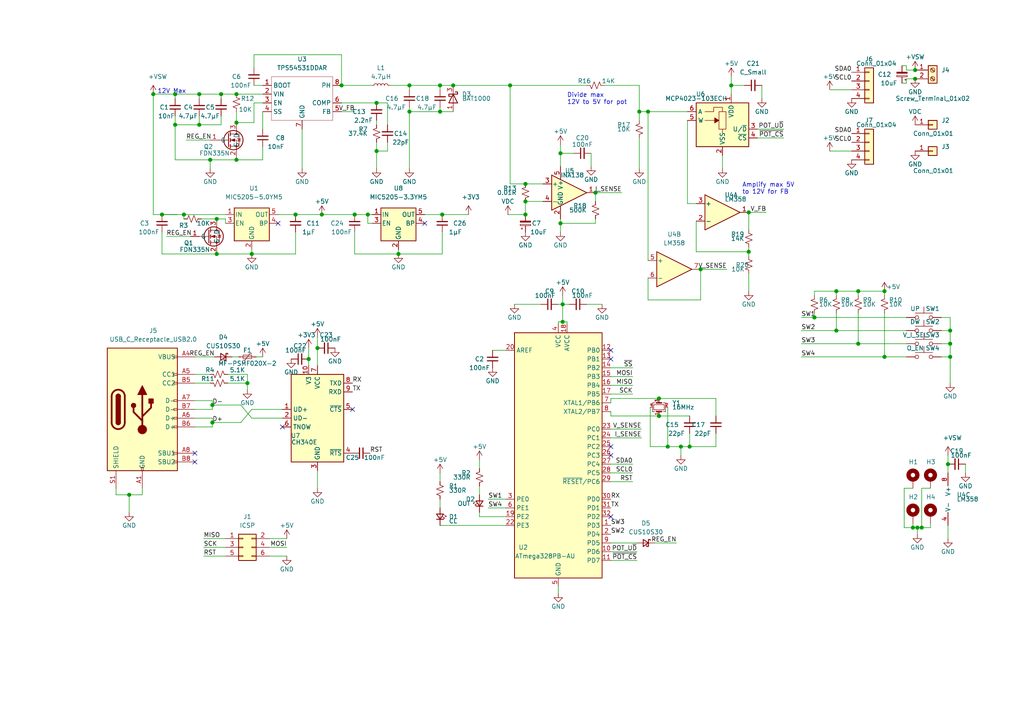
<source format=kicad_sch>
(kicad_sch (version 20200714) (host eeschema "(5.99.0-2671-gfc0a358ba)")
  (page 1 1)
  (paper "A4")
  (junction (at 37.465 143.51) (diameter 1.016))
  (junction (at 44.45 27.305) (diameter 1.016))
  (junction (at 46.99 62.23) (diameter 1.016))
  (junction (at 50.8 27.305) (diameter 1.016))
  (junction (at 50.8 36.195) (diameter 1.016))
  (junction (at 53.34 62.23) (diameter 1.016))
  (junction (at 57.785 27.305) (diameter 1.016))
  (junction (at 57.785 36.195) (diameter 1.016))
  (junction (at 60.96 46.355) (diameter 1.016))
  (junction (at 61.595 117.475) (diameter 1.016))
  (junction (at 61.595 122.555) (diameter 1.016))
  (junction (at 62.865 63.5) (diameter 1.016))
  (junction (at 62.865 73.66) (diameter 1.016))
  (junction (at 64.135 27.305) (diameter 1.016))
  (junction (at 68.58 27.305) (diameter 1.016))
  (junction (at 68.58 35.56) (diameter 1.016))
  (junction (at 68.58 46.355) (diameter 1.016))
  (junction (at 71.755 111.125) (diameter 1.016))
  (junction (at 73.025 73.66) (diameter 1.016))
  (junction (at 85.725 62.23) (diameter 1.016))
  (junction (at 89.535 104.14) (diameter 1.016))
  (junction (at 92.075 100.965) (diameter 1.016))
  (junction (at 93.345 62.23) (diameter 1.016))
  (junction (at 99.06 24.765) (diameter 1.016))
  (junction (at 102.87 62.23) (diameter 1.016))
  (junction (at 106.68 62.23) (diameter 1.016))
  (junction (at 109.22 29.845) (diameter 1.016))
  (junction (at 109.22 43.815) (diameter 1.016))
  (junction (at 115.57 73.66) (diameter 1.016))
  (junction (at 118.745 24.765) (diameter 1.016))
  (junction (at 118.745 32.385) (diameter 1.016))
  (junction (at 127.635 24.765) (diameter 1.016))
  (junction (at 127.635 32.385) (diameter 1.016))
  (junction (at 128.27 62.23) (diameter 1.016))
  (junction (at 131.445 24.765) (diameter 1.016))
  (junction (at 147.955 24.765) (diameter 1.016))
  (junction (at 152.4 53.34) (diameter 1.016))
  (junction (at 152.4 58.42) (diameter 1.016))
  (junction (at 152.4 62.23) (diameter 1.016))
  (junction (at 162.56 44.45) (diameter 1.016))
  (junction (at 162.56 64.77) (diameter 1.016))
  (junction (at 163.195 88.265) (diameter 1.016))
  (junction (at 163.195 93.345) (diameter 1.016))
  (junction (at 172.72 55.88) (diameter 1.016))
  (junction (at 185.42 32.385) (diameter 1.016))
  (junction (at 187.96 32.385) (diameter 1.016))
  (junction (at 191.135 115.57) (diameter 1.016))
  (junction (at 191.135 120.65) (diameter 1.016))
  (junction (at 193.675 129.54) (diameter 1.016))
  (junction (at 197.485 129.54) (diameter 1.016))
  (junction (at 200.025 129.54) (diameter 1.016))
  (junction (at 203.2 78.105) (diameter 1.016))
  (junction (at 212.09 24.765) (diameter 1.016))
  (junction (at 217.17 61.595) (diameter 1.016))
  (junction (at 217.17 73.025) (diameter 1.016))
  (junction (at 236.22 92.075) (diameter 1.016))
  (junction (at 242.57 84.455) (diameter 1.016))
  (junction (at 242.57 95.885) (diameter 1.016))
  (junction (at 248.92 84.455) (diameter 1.016))
  (junction (at 248.92 99.695) (diameter 1.016))
  (junction (at 256.54 84.455) (diameter 1.016))
  (junction (at 256.54 103.505) (diameter 1.016))
  (junction (at 264.795 153.035) (diameter 1.016))
  (junction (at 265.43 20.32) (diameter 1.016))
  (junction (at 265.43 22.86) (diameter 1.016))
  (junction (at 266.065 153.035) (diameter 1.016))
  (junction (at 267.335 153.035) (diameter 1.016))
  (junction (at 274.955 134.62) (diameter 1.016))
  (junction (at 275.59 95.885) (diameter 1.016))
  (junction (at 275.59 99.695) (diameter 1.016))
  (junction (at 275.59 103.505) (diameter 1.016))
  (no_connect (at 81.915 123.825))
  (no_connect (at 56.515 133.985))
  (no_connect (at 177.165 104.14))
  (no_connect (at 123.19 64.77))
  (no_connect (at 56.515 131.445))
  (no_connect (at 177.165 101.6))
  (no_connect (at 80.645 64.77))
  (no_connect (at 177.165 132.08))
  (no_connect (at 102.235 118.745))
  (no_connect (at 177.165 149.86))
  (no_connect (at 177.165 129.54))
  (wire (pts (xy 33.655 141.605) (xy 33.655 143.51)))
  (wire (pts (xy 37.465 143.51) (xy 33.655 143.51)))
  (wire (pts (xy 37.465 143.51) (xy 41.275 143.51)))
  (wire (pts (xy 37.465 148.59) (xy 37.465 143.51)))
  (wire (pts (xy 41.275 143.51) (xy 41.275 141.605)))
  (wire (pts (xy 44.45 27.305) (xy 50.8 27.305)))
  (wire (pts (xy 44.45 62.23) (xy 44.45 27.305)))
  (wire (pts (xy 44.45 62.23) (xy 46.99 62.23)))
  (wire (pts (xy 46.99 62.23) (xy 51.435 62.23)))
  (wire (pts (xy 46.99 62.23) (xy 53.34 62.23)))
  (wire (pts (xy 46.99 67.31) (xy 46.99 73.66)))
  (wire (pts (xy 46.99 73.66) (xy 62.865 73.66)))
  (wire (pts (xy 48.26 68.58) (xy 55.245 68.58)))
  (wire (pts (xy 50.8 27.305) (xy 50.8 28.575)))
  (wire (pts (xy 50.8 27.305) (xy 57.785 27.305)))
  (wire (pts (xy 50.8 33.655) (xy 50.8 36.195)))
  (wire (pts (xy 50.8 36.195) (xy 50.8 46.355)))
  (wire (pts (xy 50.8 36.195) (xy 57.785 36.195)))
  (wire (pts (xy 50.8 46.355) (xy 60.96 46.355)))
  (wire (pts (xy 53.34 62.23) (xy 53.34 63.5)))
  (wire (pts (xy 53.34 62.23) (xy 65.405 62.23)))
  (wire (pts (xy 53.975 40.64) (xy 60.96 40.64)))
  (wire (pts (xy 56.515 111.125) (xy 60.96 111.125)))
  (wire (pts (xy 56.515 116.205) (xy 61.595 116.205)))
  (wire (pts (xy 56.515 121.285) (xy 61.595 121.285)))
  (wire (pts (xy 57.785 27.305) (xy 57.785 28.575)))
  (wire (pts (xy 57.785 27.305) (xy 64.135 27.305)))
  (wire (pts (xy 57.785 33.655) (xy 57.785 36.195)))
  (wire (pts (xy 57.785 36.195) (xy 64.135 36.195)))
  (wire (pts (xy 58.42 63.5) (xy 62.865 63.5)))
  (wire (pts (xy 59.055 156.21) (xy 65.405 156.21)))
  (wire (pts (xy 59.055 158.75) (xy 65.405 158.75)))
  (wire (pts (xy 59.055 161.29) (xy 65.405 161.29)))
  (wire (pts (xy 60.96 46.355) (xy 60.96 48.895)))
  (wire (pts (xy 60.96 46.355) (xy 68.58 46.355)))
  (wire (pts (xy 60.96 108.585) (xy 56.515 108.585)))
  (wire (pts (xy 61.595 116.205) (xy 61.595 117.475)))
  (wire (pts (xy 61.595 117.475) (xy 61.595 118.745)))
  (wire (pts (xy 61.595 117.475) (xy 69.85 117.475)))
  (wire (pts (xy 61.595 118.745) (xy 56.515 118.745)))
  (wire (pts (xy 61.595 121.285) (xy 61.595 122.555)))
  (wire (pts (xy 61.595 122.555) (xy 61.595 123.825)))
  (wire (pts (xy 61.595 123.825) (xy 56.515 123.825)))
  (wire (pts (xy 62.23 103.505) (xy 56.515 103.505)))
  (wire (pts (xy 62.865 73.66) (xy 73.025 73.66)))
  (wire (pts (xy 64.135 27.305) (xy 64.135 28.575)))
  (wire (pts (xy 64.135 27.305) (xy 68.58 27.305)))
  (wire (pts (xy 64.135 36.195) (xy 64.135 33.655)))
  (wire (pts (xy 65.405 63.5) (xy 62.865 63.5)))
  (wire (pts (xy 65.405 64.77) (xy 65.405 63.5)))
  (wire (pts (xy 66.04 108.585) (xy 71.755 108.585)))
  (wire (pts (xy 67.31 103.505) (xy 69.215 103.505)))
  (wire (pts (xy 68.58 27.305) (xy 76.2 27.305)))
  (wire (pts (xy 68.58 32.385) (xy 68.58 35.56)))
  (wire (pts (xy 68.58 35.56) (xy 73.66 35.56)))
  (wire (pts (xy 68.58 45.72) (xy 68.58 46.355)))
  (wire (pts (xy 68.58 46.355) (xy 76.2 46.355)))
  (wire (pts (xy 69.85 117.475) (xy 73.025 121.285)))
  (wire (pts (xy 69.85 122.555) (xy 61.595 122.555)))
  (wire (pts (xy 71.755 108.585) (xy 71.755 111.125)))
  (wire (pts (xy 71.755 111.125) (xy 66.04 111.125)))
  (wire (pts (xy 71.755 111.125) (xy 71.755 113.03)))
  (wire (pts (xy 73.025 72.39) (xy 73.025 73.66)))
  (wire (pts (xy 73.025 73.66) (xy 85.725 73.66)))
  (wire (pts (xy 73.025 118.745) (xy 69.85 122.555)))
  (wire (pts (xy 73.025 121.285) (xy 81.915 121.285)))
  (wire (pts (xy 73.66 15.875) (xy 99.06 15.875)))
  (wire (pts (xy 73.66 19.685) (xy 73.66 15.875)))
  (wire (pts (xy 73.66 24.765) (xy 76.2 24.765)))
  (wire (pts (xy 73.66 29.845) (xy 76.2 29.845)))
  (wire (pts (xy 73.66 35.56) (xy 73.66 29.845)))
  (wire (pts (xy 74.295 103.505) (xy 76.2 103.505)))
  (wire (pts (xy 76.2 32.385) (xy 76.2 37.465)))
  (wire (pts (xy 76.2 42.545) (xy 76.2 46.355)))
  (wire (pts (xy 78.105 156.21) (xy 83.185 156.21)))
  (wire (pts (xy 78.105 158.75) (xy 83.185 158.75)))
  (wire (pts (xy 78.105 161.29) (xy 83.185 161.29)))
  (wire (pts (xy 80.645 62.23) (xy 85.725 62.23)))
  (wire (pts (xy 81.915 118.745) (xy 73.025 118.745)))
  (wire (pts (xy 85.725 62.23) (xy 93.345 62.23)))
  (wire (pts (xy 85.725 73.66) (xy 85.725 67.31)))
  (wire (pts (xy 87.63 37.465) (xy 87.63 48.895)))
  (wire (pts (xy 89.535 100.965) (xy 89.535 104.14)))
  (wire (pts (xy 89.535 104.14) (xy 89.535 106.045)))
  (wire (pts (xy 92.075 97.79) (xy 92.075 100.965)))
  (wire (pts (xy 92.075 100.965) (xy 92.075 106.045)))
  (wire (pts (xy 92.075 141.605) (xy 92.075 136.525)))
  (wire (pts (xy 99.06 15.875) (xy 99.06 24.765)))
  (wire (pts (xy 99.06 24.765) (xy 107.95 24.765)))
  (wire (pts (xy 99.06 29.845) (xy 109.22 29.845)))
  (wire (pts (xy 99.06 32.385) (xy 102.87 32.385)))
  (wire (pts (xy 102.87 62.23) (xy 93.345 62.23)))
  (wire (pts (xy 102.87 62.23) (xy 106.68 62.23)))
  (wire (pts (xy 102.87 67.31) (xy 102.87 73.66)))
  (wire (pts (xy 102.87 73.66) (xy 115.57 73.66)))
  (wire (pts (xy 106.68 62.23) (xy 107.95 62.23)))
  (wire (pts (xy 106.68 64.77) (xy 106.68 62.23)))
  (wire (pts (xy 107.95 64.77) (xy 106.68 64.77)))
  (wire (pts (xy 109.22 34.925) (xy 109.22 36.195)))
  (wire (pts (xy 109.22 43.815) (xy 109.22 41.275)))
  (wire (pts (xy 109.22 43.815) (xy 109.22 48.895)))
  (wire (pts (xy 112.395 29.845) (xy 109.22 29.845)))
  (wire (pts (xy 112.395 36.195) (xy 112.395 29.845)))
  (wire (pts (xy 112.395 41.275) (xy 112.395 43.815)))
  (wire (pts (xy 112.395 43.815) (xy 109.22 43.815)))
  (wire (pts (xy 113.03 24.765) (xy 118.745 24.765)))
  (wire (pts (xy 115.57 72.39) (xy 115.57 73.66)))
  (wire (pts (xy 115.57 73.66) (xy 128.27 73.66)))
  (wire (pts (xy 118.745 24.765) (xy 118.745 26.035)))
  (wire (pts (xy 118.745 24.765) (xy 127.635 24.765)))
  (wire (pts (xy 118.745 31.115) (xy 118.745 32.385)))
  (wire (pts (xy 118.745 32.385) (xy 118.745 48.895)))
  (wire (pts (xy 123.19 62.23) (xy 128.27 62.23)))
  (wire (pts (xy 127.635 24.765) (xy 127.635 26.035)))
  (wire (pts (xy 127.635 24.765) (xy 131.445 24.765)))
  (wire (pts (xy 127.635 31.115) (xy 127.635 32.385)))
  (wire (pts (xy 127.635 32.385) (xy 118.745 32.385)))
  (wire (pts (xy 127.635 32.385) (xy 131.445 32.385)))
  (wire (pts (xy 127.635 137.16) (xy 127.635 139.7)))
  (wire (pts (xy 127.635 144.78) (xy 127.635 147.32)))
  (wire (pts (xy 127.635 152.4) (xy 146.685 152.4)))
  (wire (pts (xy 128.27 62.23) (xy 135.89 62.23)))
  (wire (pts (xy 128.27 73.66) (xy 128.27 67.31)))
  (wire (pts (xy 131.445 24.765) (xy 147.955 24.765)))
  (wire (pts (xy 139.065 133.35) (xy 139.065 135.89)))
  (wire (pts (xy 139.065 140.97) (xy 139.065 143.51)))
  (wire (pts (xy 139.065 148.59) (xy 139.065 149.86)))
  (wire (pts (xy 139.065 149.86) (xy 146.685 149.86)))
  (wire (pts (xy 141.605 144.78) (xy 146.685 144.78)))
  (wire (pts (xy 141.605 147.32) (xy 146.685 147.32)))
  (wire (pts (xy 142.875 101.6) (xy 146.685 101.6)))
  (wire (pts (xy 147.32 62.23) (xy 152.4 62.23)))
  (wire (pts (xy 147.955 24.765) (xy 147.955 53.34)))
  (wire (pts (xy 147.955 24.765) (xy 170.18 24.765)))
  (wire (pts (xy 147.955 53.34) (xy 152.4 53.34)))
  (wire (pts (xy 149.225 88.265) (xy 156.845 88.265)))
  (wire (pts (xy 152.4 53.34) (xy 157.48 53.34)))
  (wire (pts (xy 152.4 58.42) (xy 152.4 62.23)))
  (wire (pts (xy 152.4 58.42) (xy 157.48 58.42)))
  (wire (pts (xy 161.925 93.345) (xy 163.195 93.345)))
  (wire (pts (xy 161.925 93.98) (xy 161.925 93.345)))
  (wire (pts (xy 161.925 172.085) (xy 161.925 170.18)))
  (wire (pts (xy 162.56 41.91) (xy 162.56 44.45)))
  (wire (pts (xy 162.56 44.45) (xy 162.56 48.26)))
  (wire (pts (xy 162.56 44.45) (xy 166.37 44.45)))
  (wire (pts (xy 162.56 64.77) (xy 162.56 63.5)))
  (wire (pts (xy 162.56 64.77) (xy 172.72 64.77)))
  (wire (pts (xy 162.56 67.31) (xy 162.56 64.77)))
  (wire (pts (xy 163.195 85.725) (xy 163.195 88.265)))
  (wire (pts (xy 163.195 88.265) (xy 161.925 88.265)))
  (wire (pts (xy 163.195 88.265) (xy 163.195 93.345)))
  (wire (pts (xy 163.195 88.265) (xy 165.1 88.265)))
  (wire (pts (xy 163.195 93.345) (xy 164.465 93.345)))
  (wire (pts (xy 164.465 93.345) (xy 164.465 93.98)))
  (wire (pts (xy 170.18 88.265) (xy 174.625 88.265)))
  (wire (pts (xy 171.45 44.45) (xy 171.45 48.26)))
  (wire (pts (xy 172.72 55.88) (xy 172.72 58.42)))
  (wire (pts (xy 172.72 55.88) (xy 180.34 55.88)))
  (wire (pts (xy 172.72 63.5) (xy 172.72 64.77)))
  (wire (pts (xy 177.165 106.68) (xy 183.515 106.68)))
  (wire (pts (xy 177.165 109.22) (xy 183.515 109.22)))
  (wire (pts (xy 177.165 111.76) (xy 183.515 111.76)))
  (wire (pts (xy 177.165 114.3) (xy 183.515 114.3)))
  (wire (pts (xy 177.165 115.57) (xy 177.165 116.84)))
  (wire (pts (xy 177.165 115.57) (xy 191.135 115.57)))
  (wire (pts (xy 177.165 119.38) (xy 177.165 120.65)))
  (wire (pts (xy 177.165 120.65) (xy 191.135 120.65)))
  (wire (pts (xy 177.165 124.46) (xy 186.055 124.46)))
  (wire (pts (xy 177.165 127) (xy 186.055 127)))
  (wire (pts (xy 177.165 134.62) (xy 183.515 134.62)))
  (wire (pts (xy 177.165 137.16) (xy 183.515 137.16)))
  (wire (pts (xy 177.165 139.7) (xy 183.515 139.7)))
  (wire (pts (xy 177.165 157.48) (xy 184.785 157.48)))
  (wire (pts (xy 177.165 160.02) (xy 184.785 160.02)))
  (wire (pts (xy 177.165 162.56) (xy 184.785 162.56)))
  (wire (pts (xy 185.42 24.765) (xy 175.26 24.765)))
  (wire (pts (xy 185.42 24.765) (xy 185.42 32.385)))
  (wire (pts (xy 185.42 32.385) (xy 185.42 34.925)))
  (wire (pts (xy 185.42 40.005) (xy 185.42 48.895)))
  (wire (pts (xy 187.96 32.385) (xy 185.42 32.385)))
  (wire (pts (xy 187.96 32.385) (xy 187.96 75.565)))
  (wire (pts (xy 187.96 80.645) (xy 187.96 86.995)))
  (wire (pts (xy 187.96 86.995) (xy 203.2 86.995)))
  (wire (pts (xy 188.595 118.11) (xy 188.595 129.54)))
  (wire (pts (xy 188.595 129.54) (xy 193.675 129.54)))
  (wire (pts (xy 189.865 157.48) (xy 196.215 157.48)))
  (wire (pts (xy 191.135 120.65) (xy 200.025 120.65)))
  (wire (pts (xy 193.675 118.11) (xy 193.675 129.54)))
  (wire (pts (xy 193.675 129.54) (xy 197.485 129.54)))
  (wire (pts (xy 197.485 129.54) (xy 197.485 132.08)))
  (wire (pts (xy 197.485 129.54) (xy 200.025 129.54)))
  (wire (pts (xy 199.39 32.385) (xy 187.96 32.385)))
  (wire (pts (xy 199.39 59.055) (xy 199.39 34.925)))
  (wire (pts (xy 200.025 125.73) (xy 200.025 129.54)))
  (wire (pts (xy 200.025 129.54) (xy 207.645 129.54)))
  (wire (pts (xy 201.93 59.055) (xy 199.39 59.055)))
  (wire (pts (xy 201.93 73.025) (xy 201.93 64.135)))
  (wire (pts (xy 203.2 78.105) (xy 210.82 78.105)))
  (wire (pts (xy 203.2 86.995) (xy 203.2 78.105)))
  (wire (pts (xy 207.645 115.57) (xy 191.135 115.57)))
  (wire (pts (xy 207.645 120.65) (xy 207.645 115.57)))
  (wire (pts (xy 207.645 129.54) (xy 207.645 125.73)))
  (wire (pts (xy 209.55 45.085) (xy 209.55 48.895)))
  (wire (pts (xy 212.09 22.225) (xy 212.09 24.765)))
  (wire (pts (xy 212.09 24.765) (xy 212.09 27.305)))
  (wire (pts (xy 212.09 24.765) (xy 215.9 24.765)))
  (wire (pts (xy 217.17 61.595) (xy 217.17 66.675)))
  (wire (pts (xy 217.17 61.595) (xy 222.25 61.595)))
  (wire (pts (xy 217.17 71.755) (xy 217.17 73.025)))
  (wire (pts (xy 217.17 73.025) (xy 201.93 73.025)))
  (wire (pts (xy 217.17 73.025) (xy 217.17 74.295)))
  (wire (pts (xy 217.17 79.375) (xy 217.17 84.455)))
  (wire (pts (xy 219.71 37.465) (xy 227.33 37.465)))
  (wire (pts (xy 219.71 40.005) (xy 227.33 40.005)))
  (wire (pts (xy 220.98 24.765) (xy 220.98 28.575)))
  (wire (pts (xy 232.41 92.075) (xy 236.22 92.075)))
  (wire (pts (xy 232.41 95.885) (xy 242.57 95.885)))
  (wire (pts (xy 232.41 99.695) (xy 248.92 99.695)))
  (wire (pts (xy 232.41 103.505) (xy 256.54 103.505)))
  (wire (pts (xy 236.22 84.455) (xy 242.57 84.455)))
  (wire (pts (xy 236.22 85.725) (xy 236.22 84.455)))
  (wire (pts (xy 236.22 90.805) (xy 236.22 92.075)))
  (wire (pts (xy 236.22 92.075) (xy 262.89 92.075)))
  (wire (pts (xy 240.665 26.035) (xy 247.015 26.035)))
  (wire (pts (xy 240.665 43.815) (xy 247.015 43.815)))
  (wire (pts (xy 242.57 84.455) (xy 242.57 85.725)))
  (wire (pts (xy 242.57 84.455) (xy 248.92 84.455)))
  (wire (pts (xy 242.57 90.805) (xy 242.57 95.885)))
  (wire (pts (xy 248.92 84.455) (xy 248.92 85.725)))
  (wire (pts (xy 248.92 84.455) (xy 256.54 84.455)))
  (wire (pts (xy 248.92 90.805) (xy 248.92 99.695)))
  (wire (pts (xy 248.92 99.695) (xy 262.89 99.695)))
  (wire (pts (xy 256.54 84.455) (xy 256.54 85.725)))
  (wire (pts (xy 256.54 90.805) (xy 256.54 103.505)))
  (wire (pts (xy 256.54 103.505) (xy 262.89 103.505)))
  (wire (pts (xy 261.62 19.05) (xy 262.89 19.05)))
  (wire (pts (xy 261.62 24.13) (xy 262.89 24.13)))
  (wire (pts (xy 262.255 141.605) (xy 262.255 153.035)))
  (wire (pts (xy 262.255 153.035) (xy 264.795 153.035)))
  (wire (pts (xy 262.89 19.05) (xy 262.89 20.32)))
  (wire (pts (xy 262.89 20.32) (xy 265.43 20.32)))
  (wire (pts (xy 262.89 22.86) (xy 265.43 22.86)))
  (wire (pts (xy 262.89 24.13) (xy 262.89 22.86)))
  (wire (pts (xy 262.89 95.885) (xy 242.57 95.885)))
  (wire (pts (xy 264.795 141.605) (xy 262.255 141.605)))
  (wire (pts (xy 264.795 151.765) (xy 264.795 153.035)))
  (wire (pts (xy 264.795 153.035) (xy 266.065 153.035)))
  (wire (pts (xy 266.065 153.035) (xy 266.065 154.94)))
  (wire (pts (xy 266.065 153.035) (xy 267.335 153.035)))
  (wire (pts (xy 267.335 141.605) (xy 267.335 153.035)))
  (wire (pts (xy 267.335 153.035) (xy 269.875 153.035)))
  (wire (pts (xy 269.875 141.605) (xy 267.335 141.605)))
  (wire (pts (xy 269.875 153.035) (xy 269.875 151.765)))
  (wire (pts (xy 273.05 92.075) (xy 275.59 92.075)))
  (wire (pts (xy 273.05 95.885) (xy 275.59 95.885)))
  (wire (pts (xy 273.05 99.695) (xy 275.59 99.695)))
  (wire (pts (xy 274.955 132.08) (xy 274.955 134.62)))
  (wire (pts (xy 274.955 134.62) (xy 274.955 137.16)))
  (wire (pts (xy 274.955 156.21) (xy 274.955 152.4)))
  (wire (pts (xy 275.59 92.075) (xy 275.59 95.885)))
  (wire (pts (xy 275.59 95.885) (xy 275.59 99.695)))
  (wire (pts (xy 275.59 99.695) (xy 275.59 103.505)))
  (wire (pts (xy 275.59 103.505) (xy 273.05 103.505)))
  (wire (pts (xy 275.59 103.505) (xy 275.59 111.125)))
  (wire (pts (xy 280.035 134.62) (xy 280.035 137.16)))
  (text "12V Max" (at 53.975 27.305 180) (effects (font (size 1.27 1.27)) (justify right bottom)))
  (text "Divide max \n12V to 5V for pot" (at 164.465 30.48 0) (effects (font (size 1.27 1.27)) (justify left bottom)))
  (text "Amplify max 5V \nto 12V for FB" (at 215.265 56.515 0) (effects (font (size 1.27 1.27)) (justify left bottom)))
  (label "REG_EN" (at 48.26 68.58 0))
  (label "REG_EN" (at 53.975 40.64 0))
  (label "MISO" (at 59.055 156.21 0))
  (label "SCK" (at 59.055 158.75 0))
  (label "RST" (at 59.055 161.29 0))
  (label "D-" (at 61.595 117.475 0))
  (label "D+" (at 61.595 122.555 0))
  (label "REG_EN" (at 62.23 103.505 180))
  (label "MOSI" (at 83.185 158.75 180))
  (label "RX" (at 102.235 111.125 0))
  (label "TX" (at 102.235 113.665 0))
  (label "V_FB" (at 102.87 32.385 180))
  (label "RST" (at 107.315 131.445 0))
  (label "SW1" (at 141.605 144.78 0))
  (label "SW4" (at 141.605 147.32 0))
  (label "RX" (at 177.165 144.78 0))
  (label "TX" (at 177.165 147.32 0))
  (label "SW3" (at 177.165 152.4 0))
  (label "SW2" (at 177.165 154.94 0))
  (label "I_SENSE" (at 180.34 55.88 180))
  (label "~SS" (at 183.515 106.68 180))
  (label "MOSI" (at 183.515 109.22 180))
  (label "MISO" (at 183.515 111.76 180))
  (label "SCK" (at 183.515 114.3 180))
  (label "SDA0" (at 183.515 134.62 180))
  (label "SCL0" (at 183.515 137.16 180))
  (label "RST" (at 183.515 139.7 180))
  (label "POT_U~D" (at 184.785 160.02 180))
  (label "~POT_CS" (at 184.785 162.56 180))
  (label "V_SENSE" (at 186.055 124.46 180))
  (label "I_SENSE" (at 186.055 127 180))
  (label "REG_EN" (at 196.215 157.48 180))
  (label "V_SENSE" (at 210.82 78.105 180))
  (label "V_FB" (at 222.25 61.595 180))
  (label "POT_U~D" (at 227.33 37.465 180))
  (label "~POT_CS" (at 227.33 40.005 180))
  (label "SW1" (at 232.41 92.075 0))
  (label "SW2" (at 232.41 95.885 0))
  (label "SW3" (at 232.41 99.695 0))
  (label "SW4" (at 232.41 103.505 0))
  (label "SDA0" (at 247.015 20.955 180))
  (label "SCL0" (at 247.015 23.495 180))
  (label "SDA0" (at 247.015 38.735 180))
  (label "SCL0" (at 247.015 41.275 180))
  (symbol (lib_id "Device:L_Small") (at 110.49 24.765 90) (unit 1)
    (property "Reference" "L1" (at 110.49 19.685 90))
    (property "Value" "4.7µH" (at 110.49 22.225 90))
    (property "Footprint" "Inductor_SMD:L_Bourns_SRR1260" (effects hide))
  )
  (symbol (lib_id "power:+VSW") (at 44.45 27.305 0) (unit 1)
    (property "Reference" "#PWR0111" (effects hide))
    (property "Value" "+VSW" (at 45.72 22.225 0))
  )
  (symbol (lib_id "power:+5V") (at 76.2 103.505 0) (unit 1)
    (property "Reference" "#PWR0151" (effects hide))
    (property "Value" "+5V" (at 76.2 99.695 0))
  )
  (symbol (lib_id "power:+5V") (at 83.185 156.21 0) (unit 1)
    (property "Reference" "#PWR0119" (effects hide))
    (property "Value" "+5V" (at 83.185 152.4 0))
  )
  (symbol (lib_id "power:+3V3") (at 89.535 100.965 0) (unit 1)
    (property "Reference" "#PWR0138" (effects hide))
    (property "Value" "+3V3" (at 88.9 97.155 0))
  )
  (symbol (lib_id "power:+5V") (at 92.075 97.79 0) (unit 1)
    (property "Reference" "#PWR0146" (effects hide))
    (property "Value" "+5V" (at 92.075 93.98 0))
  )
  (symbol (lib_id "power:+5V") (at 93.345 62.23 0) (unit 1)
    (property "Reference" "#PWR0112" (effects hide))
    (property "Value" "+5V" (at 93.345 58.42 0))
  )
  (symbol (lib_id "power:+5V") (at 127.635 137.16 0) (unit 1)
    (property "Reference" "#PWR0137" (effects hide))
    (property "Value" "+5V" (at 127.635 133.35 0))
  )
  (symbol (lib_id "power:+3V3") (at 135.89 62.23 0) (unit 1)
    (property "Reference" "#PWR0134" (effects hide))
    (property "Value" "+3V3" (at 136.525 57.15 0))
  )
  (symbol (lib_id "power:+5V") (at 139.065 133.35 0) (unit 1)
    (property "Reference" "#PWR0136" (effects hide))
    (property "Value" "+5V" (at 139.065 129.54 0))
  )
  (symbol (lib_id "power:VDC") (at 147.32 62.23 0) (mirror y) (unit 1)
    (property "Reference" "#PWR0133" (effects hide))
    (property "Value" "VDC" (at 147.32 58.42 0))
  )
  (symbol (lib_id "power:+5V") (at 162.56 41.91 0) (unit 1)
    (property "Reference" "#PWR0125" (effects hide))
    (property "Value" "+5V" (at 162.56 38.1 0))
  )
  (symbol (lib_id "power:+5V") (at 163.195 85.725 0) (unit 1)
    (property "Reference" "#PWR0110" (effects hide))
    (property "Value" "+5V" (at 163.195 81.915 0))
  )
  (symbol (lib_id "power:+5V") (at 212.09 22.225 0) (unit 1)
    (property "Reference" "#PWR0116" (effects hide))
    (property "Value" "+5V" (at 212.09 18.415 0))
  )
  (symbol (lib_id "power:+5V") (at 240.665 26.035 0) (unit 1)
    (property "Reference" "#PWR0142" (effects hide))
    (property "Value" "+5V" (at 240.665 22.225 0))
  )
  (symbol (lib_id "power:+5V") (at 240.665 43.815 0) (unit 1)
    (property "Reference" "#PWR0145" (effects hide))
    (property "Value" "+5V" (at 240.665 40.005 0))
  )
  (symbol (lib_id "power:+5V") (at 256.54 84.455 0) (unit 1)
    (property "Reference" "#PWR0135" (effects hide))
    (property "Value" "+5V" (at 259.08 83.185 0))
  )
  (symbol (lib_id "power:+VSW") (at 265.43 20.32 0) (unit 1)
    (property "Reference" "#PWR0128" (effects hide))
    (property "Value" "+VSW" (at 265.43 16.51 0))
  )
  (symbol (lib_id "power:VDC") (at 265.43 36.195 0) (unit 1)
    (property "Reference" "#PWR0129" (effects hide))
    (property "Value" "VDC" (at 265.43 32.385 0))
  )
  (symbol (lib_id "power:+VSW") (at 274.955 132.08 0) (unit 1)
    (property "Reference" "#PWR0108" (effects hide))
    (property "Value" "+VSW" (at 276.225 127 0))
  )
  (symbol (lib_id "power:GND") (at 37.465 148.59 0) (unit 1)
    (property "Reference" "#PWR0147" (effects hide))
    (property "Value" "GND" (at 37.465 152.4 0))
  )
  (symbol (lib_id "power:GND") (at 60.96 48.895 0) (unit 1)
    (property "Reference" "#PWR0102" (effects hide))
    (property "Value" "GND" (at 60.96 52.705 0))
  )
  (symbol (lib_id "power:GND") (at 71.755 113.03 0) (unit 1)
    (property "Reference" "#PWR0150" (effects hide))
    (property "Value" "GND" (at 71.755 116.84 0))
  )
  (symbol (lib_id "power:GND") (at 73.025 73.66 0) (unit 1)
    (property "Reference" "#PWR0106" (effects hide))
    (property "Value" "GND" (at 73.025 77.47 0))
  )
  (symbol (lib_id "power:GND") (at 83.185 161.29 0) (unit 1)
    (property "Reference" "#PWR0118" (effects hide))
    (property "Value" "GND" (at 83.185 165.1 0))
  )
  (symbol (lib_id "power:GND") (at 84.455 104.14 0) (unit 1)
    (property "Reference" "#PWR0149" (effects hide))
    (property "Value" "GND" (at 84.455 107.95 0))
  )
  (symbol (lib_id "power:GND") (at 87.63 48.895 0) (unit 1)
    (property "Reference" "#PWR0101" (effects hide))
    (property "Value" "GND" (at 87.63 52.705 0))
  )
  (symbol (lib_id "power:GND") (at 92.075 141.605 0) (unit 1)
    (property "Reference" "#PWR0148" (effects hide))
    (property "Value" "GND" (at 92.075 145.415 0))
  )
  (symbol (lib_id "power:GND") (at 97.155 100.965 0) (unit 1)
    (property "Reference" "#PWR0139" (effects hide))
    (property "Value" "GND" (at 97.155 104.775 0))
  )
  (symbol (lib_id "power:GND") (at 109.22 48.895 0) (unit 1)
    (property "Reference" "#PWR0122" (effects hide))
    (property "Value" "GND" (at 109.22 52.705 0))
  )
  (symbol (lib_id "power:GND") (at 115.57 73.66 0) (unit 1)
    (property "Reference" "#PWR0126" (effects hide))
    (property "Value" "GND" (at 115.57 77.47 0))
  )
  (symbol (lib_id "power:GND") (at 118.745 48.895 0) (unit 1)
    (property "Reference" "#PWR0121" (effects hide))
    (property "Value" "GND" (at 118.745 52.705 0))
  )
  (symbol (lib_id "power:GND") (at 142.875 106.68 0) (unit 1)
    (property "Reference" "#PWR0104" (effects hide))
    (property "Value" "GND" (at 142.875 110.49 0))
  )
  (symbol (lib_id "power:GND") (at 149.225 88.265 0) (unit 1)
    (property "Reference" "#PWR0109" (effects hide))
    (property "Value" "GND" (at 149.225 92.075 0))
  )
  (symbol (lib_id "power:GND") (at 152.4 67.31 0) (mirror y) (unit 1)
    (property "Reference" "#PWR0141" (effects hide))
    (property "Value" "GND" (at 152.4 71.12 0))
  )
  (symbol (lib_id "power:GND") (at 161.925 172.085 0) (unit 1)
    (property "Reference" "#PWR0107" (effects hide))
    (property "Value" "GND" (at 161.925 175.895 0))
  )
  (symbol (lib_id "power:GND") (at 162.56 67.31 0) (unit 1)
    (property "Reference" "#PWR0127" (effects hide))
    (property "Value" "GND" (at 162.56 71.12 0))
  )
  (symbol (lib_id "power:GND") (at 171.45 48.26 0) (unit 1)
    (property "Reference" "#PWR0124" (effects hide))
    (property "Value" "GND" (at 171.45 52.07 0))
  )
  (symbol (lib_id "power:GND") (at 174.625 88.265 0) (unit 1)
    (property "Reference" "#PWR0103" (effects hide))
    (property "Value" "GND" (at 174.625 92.075 0))
  )
  (symbol (lib_id "power:GND") (at 185.42 48.895 0) (unit 1)
    (property "Reference" "#PWR0114" (effects hide))
    (property "Value" "GND" (at 185.42 52.705 0))
  )
  (symbol (lib_id "power:GND") (at 197.485 132.08 0) (unit 1)
    (property "Reference" "#PWR0120" (effects hide))
    (property "Value" "GND" (at 197.485 135.89 0))
  )
  (symbol (lib_id "power:GND") (at 209.55 48.895 0) (unit 1)
    (property "Reference" "#PWR0115" (effects hide))
    (property "Value" "GND" (at 209.55 52.705 0))
  )
  (symbol (lib_id "power:GND") (at 217.17 84.455 0) (unit 1)
    (property "Reference" "#PWR0132" (effects hide))
    (property "Value" "GND" (at 217.17 88.265 0))
  )
  (symbol (lib_id "power:GND") (at 220.98 28.575 0) (unit 1)
    (property "Reference" "#PWR0117" (effects hide))
    (property "Value" "GND" (at 220.98 32.385 0))
  )
  (symbol (lib_id "power:GND") (at 247.015 28.575 0) (unit 1)
    (property "Reference" "#PWR0143" (effects hide))
    (property "Value" "GND" (at 247.015 32.385 0))
  )
  (symbol (lib_id "power:GND") (at 247.015 46.355 0) (unit 1)
    (property "Reference" "#PWR0144" (effects hide))
    (property "Value" "GND" (at 247.015 50.165 0))
  )
  (symbol (lib_id "power:GND") (at 265.43 22.86 0) (unit 1)
    (property "Reference" "#PWR0130" (effects hide))
    (property "Value" "GND" (at 265.43 26.67 0))
  )
  (symbol (lib_id "power:GND") (at 265.43 43.815 0) (unit 1)
    (property "Reference" "#PWR0131" (effects hide))
    (property "Value" "GND" (at 265.43 47.625 0))
  )
  (symbol (lib_id "power:GND") (at 266.065 154.94 0) (unit 1)
    (property "Reference" "#PWR0140" (effects hide))
    (property "Value" "GND" (at 266.065 158.75 0))
  )
  (symbol (lib_id "power:GND") (at 274.955 156.21 0) (unit 1)
    (property "Reference" "#PWR0123" (effects hide))
    (property "Value" "GND" (at 274.955 160.02 0))
  )
  (symbol (lib_id "power:GND") (at 275.59 111.125 0) (unit 1)
    (property "Reference" "#PWR0105" (effects hide))
    (property "Value" "GND" (at 275.59 114.935 0))
  )
  (symbol (lib_id "power:GND") (at 280.035 137.16 0) (unit 1)
    (property "Reference" "#PWR0113" (effects hide))
    (property "Value" "GND" (at 280.035 140.97 0))
  )
  (symbol (lib_id "Device:R_Small_US") (at 55.88 63.5 270) (unit 1)
    (property "Reference" "R3" (at 54.61 65.405 90) (effects (justify right)))
    (property "Value" "10K" (at 60.96 64.77 90) (effects (justify right)))
    (property "Footprint" "Resistor_SMD:R_0805_2012Metric" (effects hide))
  )
  (symbol (lib_id "Device:R_Small_US") (at 63.5 108.585 270) (mirror x) (unit 1)
    (property "Reference" "R4" (at 62.23 107.315 90) (effects (justify right)))
    (property "Value" "5.1K" (at 71.12 107.315 90) (effects (justify right)))
    (property "Footprint" "Resistor_SMD:R_0805_2012Metric" (effects hide))
  )
  (symbol (lib_id "Device:R_Small_US") (at 63.5 111.125 270) (mirror x) (unit 1)
    (property "Reference" "R11" (at 62.23 109.855 90) (effects (justify right)))
    (property "Value" "5.1K" (at 71.12 109.855 90) (effects (justify right)))
    (property "Footprint" "Resistor_SMD:R_0805_2012Metric" (effects hide))
  )
  (symbol (lib_id "Device:R_Small_US") (at 68.58 29.845 180) (unit 1)
    (property "Reference" "R12" (at 69.85 28.575 0) (effects (justify right)))
    (property "Value" "10K" (at 69.215 31.75 0) (effects (justify right)))
    (property "Footprint" "Resistor_SMD:R_0805_2012Metric" (effects hide))
  )
  (symbol (lib_id "Device:Polyfuse_Small") (at 71.755 103.505 90) (unit 1)
    (property "Reference" "F1" (at 71.755 101.6 90))
    (property "Value" "MF-PSMF020X-2" (at 71.755 105.41 90))
    (property "Footprint" "Fuse:Fuse_0805_2012Metric_Castellated" (effects hide))
    (property "Datasheet" "https://datasheet.lcsc.com/szlcsc/BOURNS-MF-PSMF020X-2_C89657.pdf" (effects hide))
  )
  (symbol (lib_id "Device:R_Small_US") (at 109.22 38.735 0) (mirror x) (unit 1)
    (property "Reference" "R7" (at 106.68 37.465 0) (effects (justify right)))
    (property "Value" "37.4K" (at 106.68 38.735 0) (effects (justify right)))
    (property "Footprint" "Resistor_SMD:R_0805_2012Metric" (effects hide))
  )
  (symbol (lib_id "Device:R_Small_US") (at 127.635 142.24 180) (unit 1)
    (property "Reference" "R1" (at 130.175 140.97 0) (effects (justify right)))
    (property "Value" "330R" (at 130.175 142.24 0) (effects (justify right)))
    (property "Footprint" "Resistor_SMD:R_0805_2012Metric" (effects hide))
  )
  (symbol (lib_id "Device:R_Small_US") (at 139.065 138.43 0) (mirror x) (unit 1)
    (property "Reference" "R2" (at 136.525 137.16 0) (effects (justify right)))
    (property "Value" "330R" (at 136.525 138.43 0) (effects (justify right)))
    (property "Footprint" "Resistor_SMD:R_0805_2012Metric" (effects hide))
  )
  (symbol (lib_id "Device:R_Small_US") (at 152.4 55.88 0) (mirror x) (unit 1)
    (property "Reference" "R13" (at 149.86 54.61 0) (effects (justify right)))
    (property "Value" "0.01R" (at 149.86 55.88 0) (effects (justify right)))
    (property "Footprint" "Resistor_SMD:R_1020_2550Metric" (effects hide))
  )
  (symbol (lib_id "Device:R_Small_US") (at 172.72 24.765 270) (mirror x) (unit 1)
    (property "Reference" "R16" (at 171.45 23.495 90) (effects (justify right)))
    (property "Value" "14K" (at 178.435 23.495 90) (effects (justify right)))
    (property "Footprint" "Resistor_SMD:R_0805_2012Metric" (effects hide))
  )
  (symbol (lib_id "Device:R_Small_US") (at 172.72 60.96 0) (mirror x) (unit 1)
    (property "Reference" "R18" (at 170.18 59.69 0) (effects (justify right)))
    (property "Value" "500K" (at 170.18 60.96 0) (effects (justify right)))
    (property "Footprint" "Resistor_SMD:R_0805_2012Metric" (effects hide))
  )
  (symbol (lib_id "Device:R_Small_US") (at 185.42 37.465 0) (mirror x) (unit 1)
    (property "Reference" "R17" (at 182.88 36.195 0) (effects (justify right)))
    (property "Value" "10K" (at 182.88 37.465 0) (effects (justify right)))
    (property "Footprint" "Resistor_SMD:R_0805_2012Metric" (effects hide))
  )
  (symbol (lib_id "Device:R_Small_US") (at 217.17 69.215 0) (unit 1)
    (property "Reference" "R19" (at 215.9 67.945 0) (effects (justify right)))
    (property "Value" "14K" (at 215.9 69.215 0) (effects (justify right)))
    (property "Footprint" "Resistor_SMD:R_0805_2012Metric" (effects hide))
  )
  (symbol (lib_id "Device:R_Small_US") (at 217.17 76.835 180) (unit 1)
    (property "Reference" "R20" (at 213.36 76.835 0) (effects (justify right)))
    (property "Value" "10K" (at 212.09 78.105 0) (effects (justify right)))
    (property "Footprint" "Resistor_SMD:R_0805_2012Metric" (effects hide))
  )
  (symbol (lib_id "Device:R_Small_US") (at 236.22 88.265 0) (mirror y) (unit 1)
    (property "Reference" "R6" (at 237.49 86.995 0) (effects (justify right)))
    (property "Value" "10K" (at 237.49 88.265 0) (effects (justify right)))
    (property "Footprint" "Resistor_SMD:R_0805_2012Metric" (effects hide))
  )
  (symbol (lib_id "Device:R_Small_US") (at 242.57 88.265 0) (mirror y) (unit 1)
    (property "Reference" "R8" (at 243.84 86.995 0) (effects (justify right)))
    (property "Value" "10K" (at 243.84 88.265 0) (effects (justify right)))
    (property "Footprint" "Resistor_SMD:R_0805_2012Metric" (effects hide))
  )
  (symbol (lib_id "Device:R_Small_US") (at 248.92 88.265 0) (mirror y) (unit 1)
    (property "Reference" "R9" (at 250.19 86.995 0) (effects (justify right)))
    (property "Value" "10K" (at 250.19 88.265 0) (effects (justify right)))
    (property "Footprint" "Resistor_SMD:R_0805_2012Metric" (effects hide))
  )
  (symbol (lib_id "Device:R_Small_US") (at 256.54 88.265 0) (mirror y) (unit 1)
    (property "Reference" "R10" (at 257.81 86.995 0) (effects (justify right)))
    (property "Value" "10K" (at 257.81 88.265 0) (effects (justify right)))
    (property "Footprint" "Resistor_SMD:R_0805_2012Metric" (effects hide))
  )
  (symbol (lib_id "Device:D_Schottky_Small") (at 64.77 103.505 0) (mirror y) (unit 1)
    (property "Reference" "D4" (at 64.77 97.79 0))
    (property "Value" "CUS10S30" (at 64.77 100.33 0))
    (property "Footprint" "Diode_SMD:D_SOD-323" (effects hide))
    (property "Datasheet" "https://datasheet.lcsc.com/szlcsc/1810181811_TOSHIBA-CUS10S30-H3F_C146335.pdf" (effects hide))
  )
  (symbol (lib_id "Device:D_Schottky_Small") (at 187.325 157.48 0) (mirror y) (unit 1)
    (property "Reference" "D5" (at 187.325 151.765 0))
    (property "Value" "CUS10S30" (at 187.325 154.305 0))
    (property "Footprint" "Diode_SMD:D_SOD-323" (effects hide))
    (property "Datasheet" "https://datasheet.lcsc.com/szlcsc/1810181811_TOSHIBA-CUS10S30-H3F_C146335.pdf" (effects hide))
  )
  (symbol (lib_id "Device:LED_Small") (at 127.635 149.86 270) (mirror x) (unit 1)
    (property "Reference" "D1" (at 130.175 149.86 90) (effects (justify left)))
    (property "Value" "CL" (at 130.175 151.13 90) (effects (justify left)))
    (property "Footprint" "LED_SMD:LED_0805_2012Metric" (effects hide))
  )
  (symbol (lib_id "Device:LED_Small") (at 139.065 146.05 90) (unit 1)
    (property "Reference" "D2" (at 137.795 144.78 90) (effects (justify left)))
    (property "Value" "OUT" (at 136.525 146.05 90) (effects (justify left)))
    (property "Footprint" "LED_SMD:LED_0805_2012Metric" (effects hide))
  )
  (symbol (lib_id "Device:CP_Small") (at 152.4 64.77 0) (mirror x) (unit 1)
    (property "Reference" "C7" (at 155.575 64.77 0))
    (property "Value" "10uF" (at 156.21 67.31 0))
    (property "Footprint" "Capacitor_SMD:C_Elec_5x5.4" (effects hide))
  )
  (symbol (lib_id "Device:CP_Small") (at 261.62 21.59 180) (unit 1)
    (property "Reference" "C12" (at 256.54 21.59 0))
    (property "Value" "10uF" (at 257.81 24.13 0))
    (property "Footprint" "Capacitor_SMD:C_Elec_5x5.4" (effects hide))
  )
  (symbol (lib_id "Device:C_Small") (at 46.99 64.77 180) (unit 1)
    (property "Reference" "C3" (at 41.91 64.77 0))
    (property "Value" "100nF" (at 43.18 67.31 0))
    (property "Footprint" "Capacitor_SMD:C_0805_2012Metric" (effects hide))
  )
  (symbol (lib_id "Device:C_Small") (at 50.8 31.115 180) (unit 1)
    (property "Reference" "C1" (at 47.625 31.115 0))
    (property "Value" "10nF" (at 48.26 33.655 0))
    (property "Footprint" "Capacitor_SMD:C_0805_2012Metric" (effects hide))
  )
  (symbol (lib_id "Device:C_Small") (at 57.785 31.115 180) (unit 1)
    (property "Reference" "C4" (at 54.61 31.115 0))
    (property "Value" "4.7µF" (at 54.61 33.655 0))
    (property "Footprint" "Capacitor_SMD:C_0805_2012Metric" (effects hide))
  )
  (symbol (lib_id "Device:C_Small") (at 64.135 31.115 180) (unit 1)
    (property "Reference" "C5" (at 60.96 31.115 0))
    (property "Value" "4.7µF" (at 60.96 33.655 0))
    (property "Footprint" "Capacitor_SMD:C_0805_2012Metric" (effects hide))
  )
  (symbol (lib_id "Device:C_Small") (at 73.66 22.225 180) (unit 1)
    (property "Reference" "C6" (at 68.58 22.225 0))
    (property "Value" "100nF" (at 69.85 24.765 0))
    (property "Footprint" "Capacitor_SMD:C_0805_2012Metric" (effects hide))
  )
  (symbol (lib_id "Device:C_Small") (at 76.2 40.005 0) (mirror x) (unit 1)
    (property "Reference" "C8" (at 81.28 40.005 0))
    (property "Value" "10nF" (at 80.01 42.545 0))
    (property "Footprint" "Capacitor_SMD:C_0805_2012Metric" (effects hide))
  )
  (symbol (lib_id "Device:C_Small") (at 85.725 64.77 0) (mirror x) (unit 1)
    (property "Reference" "C11" (at 90.805 64.77 0))
    (property "Value" "1µF" (at 89.535 67.31 0))
    (property "Footprint" "Capacitor_SMD:C_0805_2012Metric" (effects hide))
  )
  (symbol (lib_id "Device:C_Small") (at 86.995 104.14 90) (mirror x) (unit 1)
    (property "Reference" "C22" (at 86.995 100.33 90))
    (property "Value" "100nF" (at 85.725 101.6 90))
    (property "Footprint" "Capacitor_SMD:C_0805_2012Metric" (effects hide))
  )
  (symbol (lib_id "Device:C_Small") (at 94.615 100.965 270) (unit 1)
    (property "Reference" "C23" (at 94.615 97.155 90))
    (property "Value" "100nF" (at 95.885 98.425 90))
    (property "Footprint" "Capacitor_SMD:C_0805_2012Metric" (effects hide))
  )
  (symbol (lib_id "Device:C_Small") (at 102.87 64.77 180) (unit 1)
    (property "Reference" "C24" (at 97.79 64.77 0))
    (property "Value" "100nF" (at 99.06 67.31 0))
    (property "Footprint" "Capacitor_SMD:C_0805_2012Metric" (effects hide))
  )
  (symbol (lib_id "Device:C_Small") (at 104.775 131.445 270) (mirror x) (unit 1)
    (property "Reference" "C25" (at 102.235 132.715 90))
    (property "Value" "100nF" (at 108.585 132.715 90))
    (property "Footprint" "Capacitor_SMD:C_0805_2012Metric" (effects hide))
  )
  (symbol (lib_id "Device:C_Small") (at 109.22 32.385 180) (unit 1)
    (property "Reference" "C13" (at 104.14 32.385 0))
    (property "Value" "2.2nF" (at 105.41 34.925 0))
    (property "Footprint" "Capacitor_SMD:C_0805_2012Metric" (effects hide))
  )
  (symbol (lib_id "Device:C_Small") (at 112.395 38.735 0) (mirror x) (unit 1)
    (property "Reference" "C14" (at 116.205 38.735 0))
    (property "Value" "22pF" (at 116.205 41.275 0))
    (property "Footprint" "Capacitor_SMD:C_0805_2012Metric" (effects hide))
  )
  (symbol (lib_id "Device:C_Small") (at 118.745 28.575 180) (unit 1)
    (property "Reference" "C16" (at 113.665 28.575 0))
    (property "Value" "4.7µF" (at 114.935 31.115 0))
    (property "Footprint" "Capacitor_SMD:C_0805_2012Metric" (effects hide))
  )
  (symbol (lib_id "Device:C_Small") (at 127.635 28.575 180) (unit 1)
    (property "Reference" "C18" (at 122.555 28.575 0))
    (property "Value" "4.7µF" (at 123.825 31.115 0))
    (property "Footprint" "Capacitor_SMD:C_0805_2012Metric" (effects hide))
  )
  (symbol (lib_id "Device:C_Small") (at 128.27 64.77 0) (mirror x) (unit 1)
    (property "Reference" "C26" (at 133.35 64.77 0))
    (property "Value" "1µF" (at 132.08 67.31 0))
    (property "Footprint" "Capacitor_SMD:C_0805_2012Metric" (effects hide))
  )
  (symbol (lib_id "Device:C_Small") (at 142.875 104.14 0) (mirror x) (unit 1)
    (property "Reference" "C2" (at 139.065 104.14 0))
    (property "Value" "100nF" (at 139.065 106.68 0))
    (property "Footprint" "Capacitor_SMD:C_0805_2012Metric" (effects hide))
  )
  (symbol (lib_id "Device:C_Small") (at 159.385 88.265 90) (mirror x) (unit 1)
    (property "Reference" "C9" (at 159.385 84.455 90))
    (property "Value" "100nF" (at 158.115 85.725 90))
    (property "Footprint" "Capacitor_SMD:C_0805_2012Metric" (effects hide))
  )
  (symbol (lib_id "Device:C_Small") (at 167.64 88.265 270) (unit 1)
    (property "Reference" "C10" (at 167.64 84.455 90))
    (property "Value" "100nF" (at 168.91 85.725 90))
    (property "Footprint" "Capacitor_SMD:C_0805_2012Metric" (effects hide))
  )
  (symbol (lib_id "Device:C_Small") (at 168.91 44.45 90) (unit 1)
    (property "Reference" "C20" (at 168.91 40.005 90))
    (property "Value" "100nF" (at 168.91 41.91 90))
    (property "Footprint" "Capacitor_SMD:C_0805_2012Metric" (effects hide))
  )
  (symbol (lib_id "Device:C_Small") (at 200.025 123.19 180) (unit 1)
    (property "Reference" "C15" (at 194.945 123.19 0))
    (property "Value" "22pF" (at 196.215 125.73 0))
    (property "Footprint" "Capacitor_SMD:C_0805_2012Metric" (effects hide))
  )
  (symbol (lib_id "Device:C_Small") (at 207.645 123.19 180) (unit 1)
    (property "Reference" "C17" (at 202.565 123.19 0))
    (property "Value" "22pF" (at 203.835 125.73 0))
    (property "Footprint" "Capacitor_SMD:C_0805_2012Metric" (effects hide))
  )
  (symbol (lib_id "Device:C_Small") (at 218.44 24.765 90) (unit 1)
    (property "Reference" "C21" (at 218.44 18.415 90))
    (property "Value" "C_Small" (at 218.44 20.955 90))
    (property "Footprint" "Capacitor_SMD:C_0805_2012Metric" (effects hide))
  )
  (symbol (lib_id "Device:C_Small") (at 277.495 134.62 270) (unit 1)
    (property "Reference" "C19" (at 277.495 130.81 90))
    (property "Value" "100nF" (at 278.765 132.08 90))
    (property "Footprint" "Capacitor_SMD:C_0805_2012Metric" (effects hide))
  )
  (symbol (lib_id "Connector_Generic:Conn_01x01") (at 270.51 36.195 0) (unit 1)
    (property "Reference" "J2" (at 273.05 34.925 0) (effects (justify left)))
    (property "Value" "Conn_01x01" (at 264.795 38.735 0) (effects (justify left)))
    (property "Footprint" "Binding_Post:Binding_Post" (effects hide))
  )
  (symbol (lib_id "Connector_Generic:Conn_01x01") (at 270.51 43.815 0) (unit 1)
    (property "Reference" "J3" (at 273.05 42.545 0) (effects (justify left)))
    (property "Value" "Conn_01x01" (at 264.795 49.53 0) (effects (justify left)))
    (property "Footprint" "Binding_Post:Binding_Post" (effects hide))
  )
  (symbol (lib_id "Mechanical:MountingHole_Pad") (at 264.795 139.065 0) (unit 1)
    (property "Reference" "H1" (at 263.525 133.985 0) (effects (justify left)))
    (property "Value" "MountingHole_Pad" (effects hide))
    (property "Footprint" "MountingHole:MountingHole_2.2mm_M2_ISO7380_Pad" (effects hide))
  )
  (symbol (lib_id "Mechanical:MountingHole_Pad") (at 264.795 149.225 0) (unit 1)
    (property "Reference" "H2" (at 263.525 144.145 0) (effects (justify left)))
    (property "Value" "MountingHole_Pad" (effects hide))
    (property "Footprint" "MountingHole:MountingHole_2.2mm_M2_ISO7380_Pad" (effects hide))
  )
  (symbol (lib_id "Mechanical:MountingHole_Pad") (at 269.875 139.065 0) (unit 1)
    (property "Reference" "H3" (at 268.605 133.985 0) (effects (justify left)))
    (property "Value" "MountingHole_Pad" (effects hide))
    (property "Footprint" "MountingHole:MountingHole_2.2mm_M2_ISO7380_Pad" (effects hide))
  )
  (symbol (lib_id "Mechanical:MountingHole_Pad") (at 269.875 149.225 0) (unit 1)
    (property "Reference" "H4" (at 268.605 144.145 0) (effects (justify left)))
    (property "Value" "MountingHole_Pad" (effects hide))
    (property "Footprint" "MountingHole:MountingHole_2.2mm_M2_ISO7380_Pad" (effects hide))
  )
  (symbol (lib_id "BAT1000:BAT1000") (at 133.985 28.575 270) (unit 1)
    (property "Reference" "D3" (at 133.985 27.305 90) (effects (justify left)))
    (property "Value" "BAT1000" (at 133.985 28.575 90) (effects (justify left)))
    (property "Footprint" "Package_TO_SOT_SMD:TSOT-23" (effects hide))
  )
  (symbol (lib_id "Device:Crystal_GND24_Small") (at 191.135 118.11 90) (unit 1)
    (property "Reference" "Y1" (at 194.945 116.84 90) (effects (justify right)))
    (property "Value" "16MHz" (at 194.945 118.11 90) (effects (justify right)))
    (property "Footprint" "Crystal:Crystal_SMD_SeikoEpson_TSX3225-4Pin_3.2x2.5mm" (effects hide))
  )
  (symbol (lib_id "Amplifier_Operational:LM358") (at 277.495 144.78 0) (unit 3)
    (property "Reference" "U4" (at 277.495 143.51 0) (effects (justify left)))
    (property "Value" "LM358" (at 277.495 144.78 0) (effects (justify left)))
    (property "Footprint" "Package_SO:MSOP-8_3x3mm_P0.65mm" (effects hide))
    (property "Datasheet" "http://www.ti.com/lit/ds/symlink/lm2904-n.pdf" (effects hide))
  )
  (symbol (lib_id "Connector:Screw_Terminal_01x02") (at 270.51 20.32 0) (unit 1)
    (property "Reference" "J4" (at 273.05 20.32 0) (effects (justify left)))
    (property "Value" "Screw_Terminal_01x02" (at 259.715 28.575 0) (effects (justify left)))
    (property "Footprint" "TerminalBlock_Altech:Altech_AK300_1x02_P5.00mm_45-Degree" (effects hide))
  )
  (symbol (lib_id "Switch:SW_Push") (at 267.97 92.075 0) (unit 1)
    (property "Reference" "SW1" (at 270.51 89.535 0))
    (property "Value" "UP" (at 265.43 89.535 0))
    (property "Footprint" "Button_Switch_SMD:SW_SPST_TL3342" (effects hide))
  )
  (symbol (lib_id "Switch:SW_Push") (at 267.97 95.885 0) (unit 1)
    (property "Reference" "SW2" (at 270.51 93.345 0))
    (property "Value" "DW" (at 265.43 93.345 0))
    (property "Footprint" "Button_Switch_SMD:SW_SPST_TL3342" (effects hide))
  )
  (symbol (lib_id "Switch:SW_Push") (at 267.97 99.695 0) (unit 1)
    (property "Reference" "SW3" (at 270.51 97.155 0))
    (property "Value" "V_I_SEL" (at 265.43 97.155 0))
    (property "Footprint" "Button_Switch_SMD:SW_SPST_TL3342" (effects hide))
  )
  (symbol (lib_id "Switch:SW_Push") (at 267.97 103.505 0) (unit 1)
    (property "Reference" "SW4" (at 270.51 100.965 0))
    (property "Value" "O_EN" (at 265.43 100.965 0))
    (property "Footprint" "Button_Switch_SMD:SW_SPST_TL3342" (effects hide))
  )
  (symbol (lib_id "Connector_Generic:Conn_01x04") (at 252.095 23.495 0) (unit 1)
    (property "Reference" "J6" (at 250.825 17.145 0) (effects (justify left)))
    (property "Value" "Conn_01x04" (at 248.285 18.415 0) (effects (justify left)))
    (property "Footprint" "Custom_Vertical_1x_2.54mm_Pin_Header:PinHeader_1x04_P2.54mm_Vertical" (effects hide))
  )
  (symbol (lib_id "Connector_Generic:Conn_01x04") (at 252.095 41.275 0) (unit 1)
    (property "Reference" "J7" (at 250.825 34.925 0) (effects (justify left)))
    (property "Value" "Conn_01x04" (at 248.285 36.195 0) (effects (justify left)))
    (property "Footprint" "Custom_Vertical_1x_2.54mm_Pin_Header:PinHeader_1x04_P2.54mm_Vertical" (effects hide))
  )
  (symbol (lib_id "Connector_Generic:Conn_02x03_Odd_Even") (at 70.485 158.75 0) (unit 1)
    (property "Reference" "J1" (at 71.755 149.86 0))
    (property "Value" "ICSP" (at 71.755 152.4 0))
    (property "Footprint" "Connector_PinSocket_1.27mm:PinSocket_2x03_P1.27mm_Vertical" (effects hide))
  )
  (symbol (lib_id "Custom_Transistors:FDN335N") (at 62.865 68.58 0) (unit 1)
    (property "Reference" "Q1" (at 53.34 70.485 0) (effects (justify left)))
    (property "Value" "FDN335N" (at 52.07 72.39 0) (effects (justify left)))
    (property "Footprint" "Package_TO_SOT_SMD:SOT-23" (effects hide))
    (property "Datasheet" "https://datasheet.lcsc.com/szlcsc/ON-Semicon-ON-FDN335N_C241804.pdf" (effects hide))
  )
  (symbol (lib_id "Custom_Transistors:FDN335N") (at 68.58 40.64 0) (unit 1)
    (property "Reference" "Q2" (at 59.055 42.545 0) (effects (justify left)))
    (property "Value" "FDN335N" (at 57.785 44.45 0) (effects (justify left)))
    (property "Footprint" "Package_TO_SOT_SMD:SOT-23" (effects hide))
    (property "Datasheet" "https://datasheet.lcsc.com/szlcsc/ON-Semicon-ON-FDN335N_C241804.pdf" (effects hide))
  )
  (symbol (lib_id "Amplifier_Operational:LM358") (at 195.58 78.105 0) (unit 2)
    (property "Reference" "U4" (at 195.58 67.945 0))
    (property "Value" "LM358" (at 195.58 70.485 0))
    (property "Footprint" "Package_SO:MSOP-8_3x3mm_P0.65mm" (effects hide))
    (property "Datasheet" "http://www.ti.com/lit/ds/symlink/lm2904-n.pdf" (effects hide))
  )
  (symbol (lib_id "Amplifier_Operational:LM358") (at 209.55 61.595 0) (unit 1)
    (property "Reference" "U4" (at 212.09 56.515 0))
    (property "Value" "LM358" (at 213.36 57.785 0))
    (property "Footprint" "Package_SO:MSOP-8_3x3mm_P0.65mm" (effects hide))
    (property "Datasheet" "http://www.ti.com/lit/ds/symlink/lm2904-n.pdf" (effects hide))
  )
  (symbol (lib_id "Regulator_Linear:MIC5205-5.0YM5") (at 73.025 64.77 0) (unit 1)
    (property "Reference" "U1" (at 73.66 54.61 0))
    (property "Value" "MIC5205-5.0YM5" (at 73.66 57.15 0))
    (property "Footprint" "Package_TO_SOT_SMD:SOT-23-5" (effects hide))
    (property "Datasheet" "http://ww1.microchip.com/downloads/en/DeviceDoc/20005785A.pdf" (effects hide))
  )
  (symbol (lib_id "Regulator_Linear:MIC5205-3.3YM5") (at 115.57 64.77 0) (unit 1)
    (property "Reference" "U8" (at 115.57 54.61 0))
    (property "Value" "MIC5205-3.3YM5" (at 115.57 57.15 0))
    (property "Footprint" "Package_TO_SOT_SMD:SOT-23-5" (effects hide))
    (property "Datasheet" "http://ww1.microchip.com/downloads/en/DeviceDoc/20005785A.pdf" (effects hide))
  )
  (symbol (lib_id "Amplifier_Current:INA138") (at 165.1 55.88 0) (unit 1)
    (property "Reference" "U5" (at 163.83 49.53 0) (effects (justify left)))
    (property "Value" "INA138" (at 162.56 50.8 0) (effects (justify left)))
    (property "Footprint" "Package_TO_SOT_SMD:SOT-23-5" (effects hide))
    (property "Datasheet" "http://www.ti.com/lit/ds/symlink/ina138.pdf" (effects hide))
  )
  (symbol (lib_id "TPS54531DDAR:TPS54531DDAR") (at 87.63 28.575 0) (unit 1)
    (property "Reference" "U3" (at 87.63 17.145 0))
    (property "Value" "TPS54531DDAR" (at 87.63 19.685 0))
    (property "Footprint" "Package_SO:SOIC-8-1EP_3.9x4.9mm_P1.27mm_EP2.514x3.2mm" (effects hide))
  )
  (symbol (lib_id "Potentiometer_Digital:MCP4023-xxxxCH") (at 209.55 37.465 0) (mirror y) (unit 1)
    (property "Reference" "U6" (at 203.2 27.305 0))
    (property "Value" "MCP4023-103ECH" (at 201.93 28.575 0))
    (property "Footprint" "Package_TO_SOT_SMD:SOT-23-6" (effects hide))
    (property "Datasheet" "http://ww1.microchip.com/downloads/en/DeviceDoc/21945e.pdf" (effects hide))
  )
  (symbol (lib_id "Interface_USB:CH340E") (at 92.075 121.285 0) (unit 1)
    (property "Reference" "U7" (at 85.725 126.365 0))
    (property "Value" "CH340E" (at 88.265 128.27 0))
    (property "Footprint" "Package_SO:MSOP-10_3x3mm_P0.5mm" (effects hide))
    (property "Datasheet" "https://www.mpja.com/download/35227cpdata.pdf" (effects hide))
  )
  (symbol (lib_id "Connector:USB_C_Receptacle_USB2.0") (at 41.275 118.745 0) (unit 1)
    (property "Reference" "J5" (at 44.45 95.885 0))
    (property "Value" "USB_C_Receptacle_USB2.0" (at 44.45 98.425 0))
    (property "Footprint" "Connector_USB:USB_C_Receptacle_HRO_TYPE-C-31-M-12" (effects hide))
    (property "Datasheet" "https://www.usb.org/sites/default/files/documents/usb_type-c.zip" (effects hide))
  )
  (symbol (lib_id "MCU_Microchip_ATmega:ATmega328PB-AU") (at 161.925 132.08 0) (unit 1)
    (property "Reference" "U2" (at 151.765 158.75 0))
    (property "Value" "ATmega328PB-AU" (at 158.115 161.29 0))
    (property "Footprint" "Package_QFP:TQFP-32_7x7mm_P0.8mm" (effects hide))
    (property "Datasheet" "http://ww1.microchip.com/downloads/en/DeviceDoc/ATmega328_P%20AVR%20MCU%20with%20picoPower%20Technology%20Data%20Sheet%2040001984A.pdf" (effects hide))
  )
)
</source>
